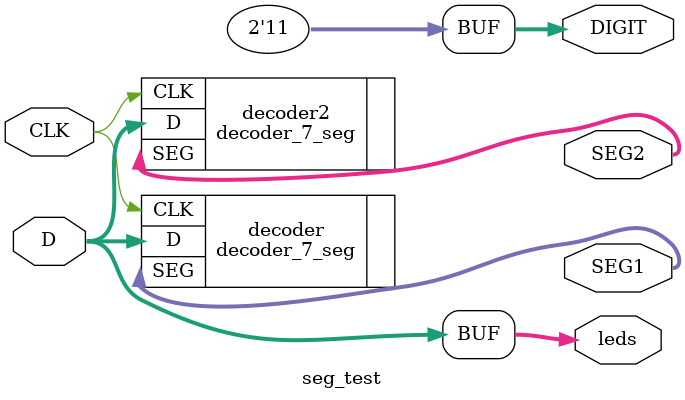
<source format=v>
module seg_test(
   input CLK,
   input [3:0] D,
   output [6:0] SEG1,
   output [6:0] SEG2,
   output [1:0] DIGIT,
	output [3:0] leds
   );	
	
assign DIGIT = 2'b11;

decoder_7_seg decoder(.CLK (CLK), .SEG	(SEG1), .D (D));  
decoder_7_seg decoder2(.CLK (CLK), .SEG	(SEG2), .D (D));  

assign leds = D;

endmodule
</source>
